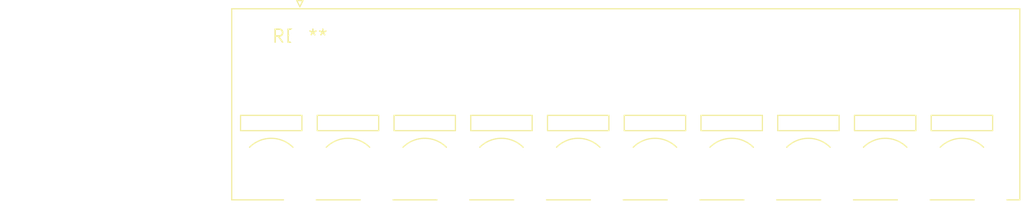
<source format=kicad_pcb>
(kicad_pcb (version 20240108) (generator pcbnew)
  (layers (0 "F.Cu" signal) (31 "B.Cu" signal) (34 "B.Paste" user) (35 "F.Paste" user) (36 "B.SilkS" user "B.Silkscreen") (37 "F.SilkS" user "F.Silkscreen") (38 "B.Mask" user) (39 "F.Mask" user) (44 "Edge.Cuts" user))
  (net 0 "")
  (footprint "PhoenixContact_SPT_5_10-V-7.5-ZB_1x10_P7.5mm_Vertical" (layer "F.Cu") (at 0 0)
    (property "Reference" "REF**")
    (property "Value" "PhoenixContact_SPT_5_10-V-7.5-ZB_1x10_P7.5mm_Vertical")
    (fp_line (start -6.66 -2.69) (end 70.36 -2.69) (layer "F.SilkS") (stroke (width 0.12)))
    (fp_line (start -6.66 16.03) (end -6.66 -2.69) (layer "F.SilkS") (stroke (width 0.12)))
    (fp_line (start -6.66 16.03) (end -1.6 16.03) (layer "F.SilkS") (stroke (width 0.12)))
    (fp_line (start -5.8 7.75) (end -5.8 9.25) (layer "F.SilkS") (stroke (width 0.12)))
    (fp_line (start -5.8 9.25) (end 0.2 9.25) (layer "F.SilkS") (stroke (width 0.12)))
    (fp_line (start -0.3 -3.49) (end 0 -2.89) (layer "F.SilkS") (stroke (width 0.12)))
    (fp_line (start -0.3 -3.49) (end 0.3 -3.49) (layer "F.SilkS") (stroke (width 0.12)))
    (fp_line (start 0.2 7.75) (end -5.8 7.75) (layer "F.SilkS") (stroke (width 0.12)))
    (fp_line (start 0.2 9.25) (end 0.2 7.75) (layer "F.SilkS") (stroke (width 0.12)))
    (fp_line (start 0.3 -3.49) (end 0 -2.89) (layer "F.SilkS") (stroke (width 0.12)))
    (fp_line (start 1.6 16.03) (end 5.9 16.03) (layer "F.SilkS") (stroke (width 0.12)))
    (fp_line (start 1.7 7.75) (end 1.7 9.25) (layer "F.SilkS") (stroke (width 0.12)))
    (fp_line (start 1.7 9.25) (end 7.7 9.25) (layer "F.SilkS") (stroke (width 0.12)))
    (fp_line (start 7.7 7.75) (end 1.7 7.75) (layer "F.SilkS") (stroke (width 0.12)))
    (fp_line (start 7.7 9.25) (end 7.7 7.75) (layer "F.SilkS") (stroke (width 0.12)))
    (fp_line (start 9.1 16.03) (end 13.4 16.03) (layer "F.SilkS") (stroke (width 0.12)))
    (fp_line (start 9.2 7.75) (end 9.2 9.25) (layer "F.SilkS") (stroke (width 0.12)))
    (fp_line (start 9.2 9.25) (end 15.2 9.25) (layer "F.SilkS") (stroke (width 0.12)))
    (fp_line (start 15.2 7.75) (end 9.2 7.75) (layer "F.SilkS") (stroke (width 0.12)))
    (fp_line (start 15.2 9.25) (end 15.2 7.75) (layer "F.SilkS") (stroke (width 0.12)))
    (fp_line (start 16.6 16.03) (end 20.9 16.03) (layer "F.SilkS") (stroke (width 0.12)))
    (fp_line (start 16.7 7.75) (end 16.7 9.25) (layer "F.SilkS") (stroke (width 0.12)))
    (fp_line (start 16.7 9.25) (end 22.7 9.25) (layer "F.SilkS") (stroke (width 0.12)))
    (fp_line (start 22.7 7.75) (end 16.7 7.75) (layer "F.SilkS") (stroke (width 0.12)))
    (fp_line (start 22.7 9.25) (end 22.7 7.75) (layer "F.SilkS") (stroke (width 0.12)))
    (fp_line (start 24.1 16.03) (end 28.4 16.03) (layer "F.SilkS") (stroke (width 0.12)))
    (fp_line (start 24.2 7.75) (end 24.2 9.25) (layer "F.SilkS") (stroke (width 0.12)))
    (fp_line (start 24.2 9.25) (end 30.2 9.25) (layer "F.SilkS") (stroke (width 0.12)))
    (fp_line (start 30.2 7.75) (end 24.2 7.75) (layer "F.SilkS") (stroke (width 0.12)))
    (fp_line (start 30.2 9.25) (end 30.2 7.75) (layer "F.SilkS") (stroke (width 0.12)))
    (fp_line (start 31.6 16.03) (end 35.9 16.03) (layer "F.SilkS") (stroke (width 0.12)))
    (fp_line (start 31.7 7.75) (end 31.7 9.25) (layer "F.SilkS") (stroke (width 0.12)))
    (fp_line (start 31.7 9.25) (end 37.7 9.25) (layer "F.SilkS") (stroke (width 0.12)))
    (fp_line (start 37.7 7.75) (end 31.7 7.75) (layer "F.SilkS") (stroke (width 0.12)))
    (fp_line (start 37.7 9.25) (end 37.7 7.75) (layer "F.SilkS") (stroke (width 0.12)))
    (fp_line (start 39.1 16.03) (end 43.4 16.03) (layer "F.SilkS") (stroke (width 0.12)))
    (fp_line (start 39.2 7.75) (end 39.2 9.25) (layer "F.SilkS") (stroke (width 0.12)))
    (fp_line (start 39.2 9.25) (end 45.2 9.25) (layer "F.SilkS") (stroke (width 0.12)))
    (fp_line (start 45.2 7.75) (end 39.2 7.75) (layer "F.SilkS") (stroke (width 0.12)))
    (fp_line (start 45.2 9.25) (end 45.2 7.75) (layer "F.SilkS") (stroke (width 0.12)))
    (fp_line (start 46.6 16.03) (end 50.9 16.03) (layer "F.SilkS") (stroke (width 0.12)))
    (fp_line (start 46.7 7.75) (end 46.7 9.25) (layer "F.SilkS") (stroke (width 0.12)))
    (fp_line (start 46.7 9.25) (end 52.7 9.25) (layer "F.SilkS") (stroke (width 0.12)))
    (fp_line (start 52.7 7.75) (end 46.7 7.75) (layer "F.SilkS") (stroke (width 0.12)))
    (fp_line (start 52.7 9.25) (end 52.7 7.75) (layer "F.SilkS") (stroke (width 0.12)))
    (fp_line (start 54.1 16.03) (end 58.4 16.03) (layer "F.SilkS") (stroke (width 0.12)))
    (fp_line (start 54.2 7.75) (end 54.2 9.25) (layer "F.SilkS") (stroke (width 0.12)))
    (fp_line (start 54.2 9.25) (end 60.2 9.25) (layer "F.SilkS") (stroke (width 0.12)))
    (fp_line (start 60.2 7.75) (end 54.2 7.75) (layer "F.SilkS") (stroke (width 0.12)))
    (fp_line (start 60.2 9.25) (end 60.2 7.75) (layer "F.SilkS") (stroke (width 0.12)))
    (fp_line (start 61.6 16.03) (end 65.9 16.03) (layer "F.SilkS") (stroke (width 0.12)))
    (fp_line (start 61.7 7.75) (end 61.7 9.25) (layer "F.SilkS") (stroke (width 0.12)))
    (fp_line (start 61.7 9.25) (end 67.7 9.25) (layer "F.SilkS") (stroke (width 0.12)))
    (fp_line (start 67.7 7.75) (end 61.7 7.75) (layer "F.SilkS") (stroke (width 0.12)))
    (fp_line (start 67.7 9.25) (end 67.7 7.75) (layer "F.SilkS") (stroke (width 0.12)))
    (fp_line (start 69.1 16.03) (end 70.36 16.03) (layer "F.SilkS") (stroke (width 0.12)))
    (fp_line (start 70.36 -2.69) (end 70.36 16.03) (layer "F.SilkS") (stroke (width 0.12)))
    (fp_arc (start -4.92132 10.87868) (mid -2.8 10) (end -0.67868 10.87868) (layer "F.SilkS") (stroke (width 0.12)))
    (fp_arc (start 2.57868 10.87868) (mid 4.7 10) (end 6.82132 10.87868) (layer "F.SilkS") (stroke (width 0.12)))
    (fp_arc (start 10.07868 10.87868) (mid 12.2 10) (end 14.32132 10.87868) (layer "F.SilkS") (stroke (width 0.12)))
    (fp_arc (start 17.57868 10.87868) (mid 19.7 10) (end 21.82132 10.87868) (layer "F.SilkS") (stroke (width 0.12)))
    (fp_arc (start 25.07868 10.87868) (mid 27.2 10) (end 29.32132 10.87868) (layer "F.SilkS") (stroke (width 0.12)))
    (fp_arc (start 32.57868 10.87868) (mid 34.7 10) (end 36.82132 10.87868) (layer "F.SilkS") (stroke (width 0.12)))
    (fp_arc (start 40.07868 10.87868) (mid 42.2 10) (end 44.32132 10.87868) (layer "F.SilkS") (stroke (width 0.12)))
    (fp_arc (start 47.57868 10.87868) (mid 49.7 10) (end 51.82132 10.87868) (layer "F.SilkS") (stroke (width 0.12)))
    (fp_arc (start 55.07868 10.87868) (mid 57.2 10) (end 59.32132 10.87868) (layer "F.SilkS") (stroke (width 0.12)))
    (fp_arc (start 62.57868 10.87868) (mid 64.7 10) (end 66.82132 10.87868) (layer "F.SilkS") (stroke (width 0.12)))
    (pad "1" thru_hole roundrect (at 0 0) (size 2.8 4.3) (drill 2.1) (layers *.Cu *.Mask) (remove_unused_layers) (roundrect_rratio 0.089286))
    (pad "2" thru_hole oval (at 7.5 14) (size 2.8 4.3) (drill 2.1) (layers *.Cu *.Mask) (remove_unused_layers))
    (pad "3" thru_hole oval (at 15 0) (size 2.8 4.3) (drill 2.1) (layers *.Cu *.Mask) (remove_unused_layers))
    (pad "4" thru_hole oval (at 22.5 14) (size 2.8 4.3) (drill 2.1) (layers *.Cu *.Mask) (remove_unused_layers))
    (pad "5" thru_hole oval (at 30 0) (size 2.8 4.3) (drill 2.1) (layers *.Cu *.Mask) (remove_unused_layers))
    (pad "6" thru_hole oval (at 37.5 14) (size 2.8 4.3) (drill 2.1) (layers *.Cu *.Mask) (remove_unused_layers))
    (pad "7" thru_hole oval (at 45 0) (size 2.8 4.3) (drill 2.1) (layers *.Cu *.Mask) (remove_unused_layers))
    (pad "8" thru_hole oval (at 52.5 14) (size 2.8 4.3) (drill 2.1) (layers *.Cu *.Mask) (remove_unused_layers))
    (pad "9" thru_hole oval (at 60 0) (size 2.8 4.3) (drill 2.1) (layers *.Cu *.Mask) (remove_unused_layers))
    (pad "10" thru_hole oval (at 67.5 14) (size 2.8 4.3) (drill 2.1) (layers *.Cu *.Mask) (remove_unused_layers))
  )
)
</source>
